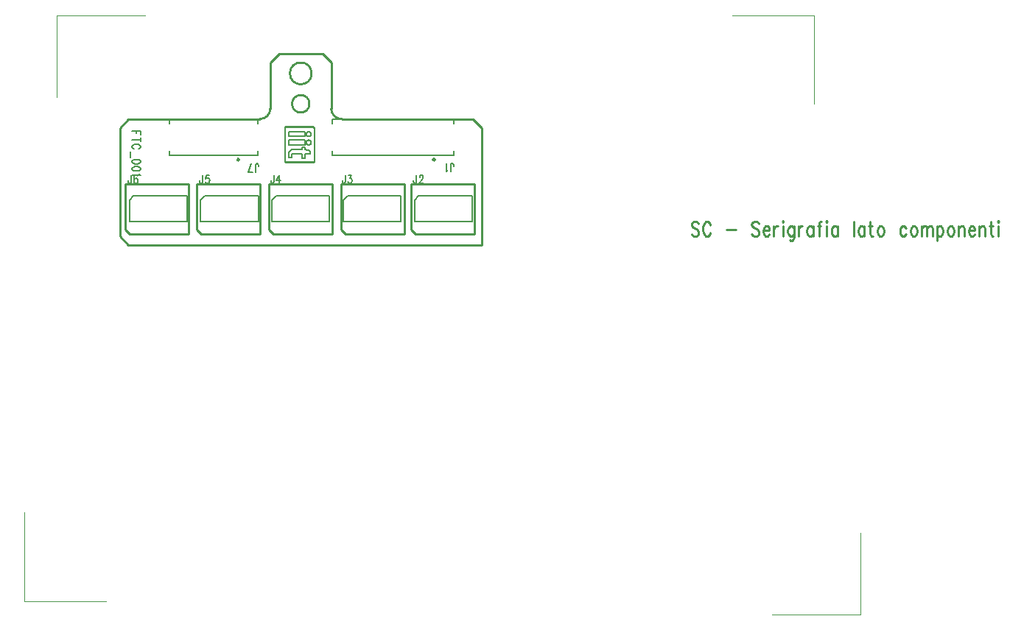
<source format=gbr>
*
*
G04 PADS VX.0 Build Number: 635560 generated Gerber (RS-274-X) file*
G04 PC Version=2.1*
*
%IN "FTC_001.pcb"*%
*
%MOIN*%
*
%FSLAX35Y35*%
*
*
*
*
G04 PC Standard Apertures*
*
*
G04 Thermal Relief Aperture macro.*
%AMTER*
1,1,$1,0,0*
1,0,$1-$2,0,0*
21,0,$3,$4,0,0,45*
21,0,$3,$4,0,0,135*
%
*
*
G04 Annular Aperture macro.*
%AMANN*
1,1,$1,0,0*
1,0,$2,0,0*
%
*
*
G04 Odd Aperture macro.*
%AMODD*
1,1,$1,0,0*
1,0,$1-0.005,0,0*
%
*
*
G04 PC Custom Aperture Macros*
*
*
*
*
*
*
G04 PC Aperture Table*
*
%ADD010C,0.01*%
%ADD040C,0.001*%
%ADD093C,0.00591*%
%ADD158C,0.006*%
*
*
*
*
G04 PC Circuitry*
G04 Layer Name FTC_001.pcb - circuitry*
%LPD*%
*
*
G04 PC Custom Flashes*
G04 Layer Name FTC_001.pcb - flashes*
%LPD*%
*
*
G04 PC Circuitry*
G04 Layer Name FTC_001.pcb - circuitry*
%LPD*%
*
G54D10*
G01X454564Y403858D02*
G75*
G03X454564I-548J0D01*
G01X365981D02*
G03X365981I-548J0D01*
G01X397638Y429134D02*
G03X397638I-3937J0D01*
G01X398622Y442913D02*
G03X398622I-4921J0D01*
G01X573654Y374916D02*
X573200Y375541D01*
X572518Y375854*
X571609*
X570927Y375541*
X570472Y374916*
Y374291*
X570700Y373666*
X570927Y373354*
X571382Y373041*
X572745Y372416*
X573200Y372104*
X573427Y371791*
X573654Y371166*
Y370229*
X573200Y369604*
X572518Y369291*
X571609*
X570927Y369604*
X570472Y370229*
X579109Y374291D02*
X578882Y374916D01*
X578427Y375541*
X577972Y375854*
X577063*
X576609Y375541*
X576154Y374916*
X575927Y374291*
X575700Y373354*
Y371791*
X575927Y370854*
X576154Y370229*
X576609Y369604*
X577063Y369291*
X577972*
X578427Y369604*
X578882Y370229*
X579109Y370854*
X586382Y372104D02*
X590472D01*
X600927Y374916D02*
X600472Y375541D01*
X599791Y375854*
X598882*
X598200Y375541*
X597745Y374916*
Y374291*
X597972Y373666*
X598200Y373354*
X598654Y373041*
X600018Y372416*
X600472Y372104*
X600700Y371791*
X600927Y371166*
Y370229*
X600472Y369604*
X599791Y369291*
X598882*
X598200Y369604*
X597745Y370229*
X602972Y371791D02*
X605700D01*
Y372416*
X605472Y373041*
X605245Y373354*
X604791Y373666*
X604109*
X603654Y373354*
X603200Y372729*
X602972Y371791*
Y371166*
X603200Y370229*
X603654Y369604*
X604109Y369291*
X604791*
X605245Y369604*
X605700Y370229*
X607745Y373666D02*
Y369291D01*
Y371791D02*
X607972Y372729D01*
X608427Y373354*
X608882Y373666*
X609563*
X611609Y375854D02*
X611836Y375541D01*
X612063Y375854*
X611836Y376166*
X611609Y375854*
X611836Y373666D02*
Y369291D01*
X616836Y373666D02*
Y368666D01*
X616609Y367729*
X616382Y367416*
X615927Y367104*
X615245*
X614791Y367416*
X616836Y372729D02*
X616382Y373354D01*
X615927Y373666*
X615245*
X614791Y373354*
X614336Y372729*
X614109Y371791*
Y371166*
X614336Y370229*
X614791Y369604*
X615245Y369291*
X615927*
X616382Y369604*
X616836Y370229*
X618882Y373666D02*
Y369291D01*
Y371791D02*
X619109Y372729D01*
X619563Y373354*
X620018Y373666*
X620700*
X625472D02*
Y369291D01*
Y372729D02*
X625018Y373354D01*
X624563Y373666*
X623882*
X623427Y373354*
X622972Y372729*
X622745Y371791*
Y371166*
X622972Y370229*
X623427Y369604*
X623882Y369291*
X624563*
X625018Y369604*
X625472Y370229*
X629336Y375854D02*
X628882D01*
X628427Y375541*
X628200Y374604*
Y369291*
X627518Y373666D02*
X629109D01*
X631382Y375854D02*
X631609Y375541D01*
X631836Y375854*
X631609Y376166*
X631382Y375854*
X631609Y373666D02*
Y369291D01*
X636609Y373666D02*
Y369291D01*
Y372729D02*
X636154Y373354D01*
X635700Y373666*
X635018*
X634563Y373354*
X634109Y372729*
X633882Y371791*
Y371166*
X634109Y370229*
X634563Y369604*
X635018Y369291*
X635700*
X636154Y369604*
X636609Y370229*
X643882Y375854D02*
Y369291D01*
X648654Y373666D02*
Y369291D01*
Y372729D02*
X648200Y373354D01*
X647745Y373666*
X647063*
X646609Y373354*
X646154Y372729*
X645927Y371791*
Y371166*
X646154Y370229*
X646609Y369604*
X647063Y369291*
X647745*
X648200Y369604*
X648654Y370229*
X651382Y375854D02*
Y370541D01*
X651609Y369604*
X652063Y369291*
X652518*
X650700Y373666D02*
X652291D01*
X655700D02*
X655245Y373354D01*
X654791Y372729*
X654563Y371791*
Y371166*
X654791Y370229*
X655245Y369604*
X655700Y369291*
X656382*
X656836Y369604*
X657291Y370229*
X657518Y371166*
Y371791*
X657291Y372729*
X656836Y373354*
X656382Y373666*
X655700*
X667518Y372729D02*
X667063Y373354D01*
X666609Y373666*
X665927*
X665472Y373354*
X665018Y372729*
X664791Y371791*
Y371166*
X665018Y370229*
X665472Y369604*
X665927Y369291*
X666609*
X667063Y369604*
X667518Y370229*
X670700Y373666D02*
X670245Y373354D01*
X669791Y372729*
X669563Y371791*
Y371166*
X669791Y370229*
X670245Y369604*
X670700Y369291*
X671382*
X671836Y369604*
X672291Y370229*
X672518Y371166*
Y371791*
X672291Y372729*
X671836Y373354*
X671382Y373666*
X670700*
X674563D02*
Y369291D01*
Y372416D02*
X675245Y373354D01*
X675700Y373666*
X676382*
X676836Y373354*
X677063Y372416*
Y369291*
Y372416D02*
X677745Y373354D01*
X678200Y373666*
X678882*
X679336Y373354*
X679563Y372416*
Y369291*
X681609Y373666D02*
Y367104D01*
Y372729D02*
X682063Y373354D01*
X682518Y373666*
X683200*
X683654Y373354*
X684109Y372729*
X684336Y371791*
Y371166*
X684109Y370229*
X683654Y369604*
X683200Y369291*
X682518*
X682063Y369604*
X681609Y370229*
X687518Y373666D02*
X687063Y373354D01*
X686609Y372729*
X686382Y371791*
Y371166*
X686609Y370229*
X687063Y369604*
X687518Y369291*
X688200*
X688654Y369604*
X689109Y370229*
X689336Y371166*
Y371791*
X689109Y372729*
X688654Y373354*
X688200Y373666*
X687518*
X691382D02*
Y369291D01*
Y372416D02*
X692063Y373354D01*
X692518Y373666*
X693200*
X693654Y373354*
X693882Y372416*
Y369291*
X695927Y371791D02*
X698654D01*
Y372416*
X698427Y373041*
X698200Y373354*
X697745Y373666*
X697063*
X696609Y373354*
X696154Y372729*
X695927Y371791*
Y371166*
X696154Y370229*
X696609Y369604*
X697063Y369291*
X697745*
X698200Y369604*
X698654Y370229*
X700700Y373666D02*
Y369291D01*
Y372416D02*
X701382Y373354D01*
X701836Y373666*
X702518*
X702972Y373354*
X703200Y372416*
Y369291*
X705927Y375854D02*
Y370541D01*
X706154Y369604*
X706609Y369291*
X707063*
X705245Y373666D02*
X706836D01*
X709109Y375854D02*
X709336Y375541D01*
X709563Y375854*
X709336Y376166*
X709109Y375854*
X709336Y373666D02*
Y369291D01*
X315748Y365157D02*
X475591D01*
Y418307*
X471654Y422244*
X412205*
X407480Y426969D02*
G03X412205Y422244I4725J-0D01*
G01X407480Y426969D02*
Y447835D01*
X403543Y451772*
X383858*
X379921Y447835*
Y426969*
X375197Y422244D02*
G03X379921Y426969I-0J4725D01*
G01X375197Y422244D02*
X315748D01*
X311811Y418307*
Y369094*
X315748Y365157*
X316339Y370276D02*
X314370Y372244D01*
Y392717*
X343110*
Y370276*
X316339*
X348622D02*
X346654Y372244D01*
Y392717*
X375394*
Y370276*
X348622*
X381299D02*
X379331Y372244D01*
Y392717*
X408071*
Y370276*
X381299*
X413976D02*
X412008Y372244D01*
Y392717*
X440748*
Y370276*
X413976*
X445472D02*
X443504Y372244D01*
Y392717*
X472244*
Y370276*
X445472*
G54D40*
X606890Y197666D02*
X647047D01*
Y234673*
X625787Y429162D02*
Y469319D01*
X588780*
X268701Y244122D02*
Y203965D01*
X305709*
X323425Y469319D02*
X283268D01*
Y432311*
G54D93*
X463031Y407677D02*
Y405709D01*
X408031*
Y407677*
X463031Y420276D02*
Y422244D01*
X408031*
Y420276*
X447087Y387323D02*
X445276Y385394D01*
Y375748*
X471299*
Y387323*
X447087*
X414803D02*
X412992Y385394D01*
Y375748*
X439016*
Y387323*
X414803*
X382520D02*
X380709Y385394D01*
Y375748*
X406732*
Y387323*
X382520*
X350236D02*
X348425Y385394D01*
Y375748*
X374449*
Y387323*
X350236*
X317953D02*
X316142Y385394D01*
Y375748*
X342165*
Y387323*
X317953*
X374409Y407677D02*
Y405709D01*
X334252*
Y407677*
X374409Y420276D02*
Y422244D01*
X334252*
Y420276*
X461492Y398369D02*
Y401321D01*
X461627Y401875*
X461761Y402060*
X462029Y402244*
X462298*
X462566Y402060*
X462700Y401875*
X462835Y401321*
Y400952*
X460285Y399107D02*
X460016Y398922D01*
X459613Y398369*
Y402244*
X446106Y396907D02*
Y393954D01*
X445972Y393401*
X445838Y393216*
X445569Y393031*
X445301*
X445032Y393216*
X444898Y393401*
X444764Y393954*
Y394323*
X447448Y395984D02*
Y396169D01*
X447582Y396538*
X447717Y396722*
X447985Y396907*
X448522*
X448790Y396722*
X448924Y396538*
X449059Y396169*
Y395800*
X448924Y395431*
X448656Y394877*
X447314Y393031*
X449193*
X413822Y396907D02*
Y393954D01*
X413688Y393401*
X413554Y393216*
X413286Y393031*
X413017*
X412749Y393216*
X412615Y393401*
X412480Y393954*
Y394323*
X415299Y396907D02*
X416775D01*
X415970Y395431*
X416373*
X416641Y395246*
X416775Y395062*
X416909Y394508*
Y394139*
X416775Y393585*
X416507Y393216*
X416104Y393031*
X415702*
X415299Y393216*
X415165Y393401*
X415030Y393770*
X381539Y396907D02*
Y393954D01*
X381405Y393401*
X381271Y393216*
X381002Y393031*
X380734*
X380465Y393216*
X380331Y393401*
X380197Y393954*
Y394323*
X384089Y396907D02*
X382747Y394323D01*
X384760*
X384089Y396907D02*
Y393031D01*
X349256Y396907D02*
Y393954D01*
X349121Y393401*
X348987Y393216*
X348719Y393031*
X348450*
X348182Y393216*
X348048Y393401*
X347913Y393954*
Y394323*
X352208Y396907D02*
X350866D01*
X350732Y395246*
X350866Y395431*
X351269Y395615*
X351671*
X352074Y395431*
X352343Y395062*
X352477Y394508*
X352343Y394139*
X352208Y393585*
X351940Y393216*
X351537Y393031*
X351135*
X350732Y393216*
X350598Y393401*
X350463Y393770*
X316972Y396907D02*
Y393954D01*
X316838Y393401*
X316704Y393216*
X316435Y393031*
X316167*
X315898Y393216*
X315764Y393401*
X315630Y393954*
Y394323*
X319791Y396353D02*
X319656Y396722D01*
X319254Y396907*
X318985*
X318583Y396722*
X318314Y396169*
X318180Y395246*
Y394323*
X318314Y393585*
X318583Y393216*
X318985Y393031*
X319120*
X319522Y393216*
X319791Y393585*
X319925Y394139*
Y394323*
X319791Y394877*
X319522Y395246*
X319120Y395431*
X318985*
X318583Y395246*
X318314Y394877*
X318180Y394323*
X373185Y398290D02*
Y401243D01*
X373320Y401796*
X373454Y401981*
X373722Y402165*
X373991*
X374259Y401981*
X374393Y401796*
X374528Y401243*
Y400874*
X370098Y398290D02*
X371441Y402165D01*
X371977Y398290D02*
X370098D01*
G54D158*
X321260Y416929D02*
X317323D01*
X321260D02*
Y415156D01*
X319385Y416929D02*
Y415838D01*
X321260Y412975D02*
X317323D01*
X321260Y413929D02*
Y412020D01*
X320323Y408747D02*
X320698Y408884D01*
X321073Y409156*
X321260Y409429*
Y409975*
X321073Y410247*
X320698Y410520*
X320323Y410656*
X319760Y410793*
X318823*
X318260Y410656*
X317885Y410520*
X317510Y410247*
X317323Y409975*
Y409429*
X317510Y409156*
X317885Y408884*
X318260Y408747*
X316573Y407520D02*
Y404656D01*
X321260Y403020D02*
X321073Y403429D01*
X320510Y403702*
X319573Y403838*
X319010*
X318073Y403702*
X317510Y403429*
X317323Y403020*
Y402747*
X317510Y402338*
X318073Y402065*
X318073D02*
X319010Y401929D01*
X319573*
X320510Y402065*
X320510D02*
X321073Y402338D01*
X321260Y402747*
Y403020*
Y399884D02*
X321073Y400293D01*
X320510Y400565*
X320510D02*
X319573Y400702D01*
X319010*
X318073Y400565*
X318073D02*
X317510Y400293D01*
X317323Y399884*
Y399611*
X317510Y399202*
X318073Y398929*
X319010Y398793*
X319573*
X320510Y398929*
X321073Y399202*
X321260Y399611*
Y399884*
X320510Y397565D02*
X320698Y397293D01*
X321260Y396884*
X317323*
X400086Y403371D02*
X400071D01*
Y403306*
X400056*
Y403231*
X400041*
Y403172*
X400026*
Y403127*
X400011*
Y403097*
X399996*
Y403052*
X399981*
Y403022*
X399966*
Y402992*
X399951*
Y402963*
X399936*
Y402948*
X399921*
Y402918*
X399907*
Y402888*
X399892*
Y402873*
X399877*
Y402858*
X399862*
Y402828*
X399847*
Y402813*
X399832*
Y402798*
X399817*
Y402783*
X399802*
Y402769*
X399787*
Y402754*
X399772*
Y402739*
X399757*
Y402724*
X399742*
Y402709*
X399727*
Y402694*
X399712*
Y402679*
X399683*
Y402664*
X399668*
Y402649*
X399638*
Y402634*
X399623*
Y402619*
X399593*
Y402604*
X399563*
Y402589*
X399533*
Y402574*
X399503*
Y402559*
X399459*
Y402545*
X399414*
Y402530*
X399354*
Y402515*
X387230*
Y402530*
X387170*
Y402545*
X387125*
Y402559*
X387080*
Y402574*
X387051*
Y402589*
X387021*
Y402604*
X386991*
Y402619*
X386961*
Y402634*
X386946*
Y402649*
X386916*
Y402664*
X386901*
Y402679*
X386871*
Y402694*
X386856*
Y402709*
X386841*
Y402724*
X386827*
Y402739*
X386812*
Y402754*
X386797*
Y402769*
X386782*
Y402783*
X386767*
Y402798*
X386752*
Y402813*
X386737*
Y402828*
X386722*
Y402858*
X386707*
Y402873*
X386692*
Y402888*
X386677*
Y402918*
X386662*
Y402948*
X386647*
Y402963*
X386632*
Y402992*
X386618*
Y403022*
X386603*
Y403052*
X386588*
Y403097*
X386573*
Y403127*
X386558*
Y403187*
X386543*
Y403321*
X386528*
Y418745*
X399339*
Y418730*
X399414*
Y418715*
X399459*
Y418700*
X399503*
Y418685*
X399533*
Y418671*
X399563*
Y418656*
X399593*
Y418641*
X399623*
Y418626*
X399638*
Y418611*
X399668*
Y418596*
X399683*
Y418581*
X399697*
Y418566*
X399727*
Y418551*
X399742*
Y418536*
X399757*
Y418521*
X399772*
Y418506*
X399787*
Y418491*
X399802*
Y418476*
X399817*
Y418461*
X399832*
Y418447*
X399847*
Y418432*
X399862*
Y418402*
X399877*
Y418387*
X399892*
Y418357*
X399907*
Y418342*
X399921*
Y418312*
X399936*
Y418297*
X399951*
Y418267*
X399966*
Y418238*
X399981*
Y418208*
X399996*
Y418163*
X400011*
Y418133*
X400026*
Y418073*
X400041*
Y418028*
X400056*
Y417954*
X400071*
Y417890*
X400086*
Y403371*
X399877Y403366D02*
Y417894D01*
X399862*
Y417969*
X399847*
Y418028*
X399832*
Y418073*
X399817*
Y418103*
X399802*
Y418148*
X399787*
Y418163*
X399772*
Y418193*
X399757*
Y418223*
X399742*
Y418238*
X399727*
Y418267*
X399712*
Y418282*
X399697*
Y418297*
X399683*
Y418327*
X399668*
Y418342*
X399653*
Y418357*
X399638*
Y418372*
X399623*
Y418387*
X399608*
Y418402*
X399578*
Y418417*
X399563*
Y418432*
X399548*
Y418447*
X399518*
Y418461*
X399503*
Y418476*
X399474*
Y418491*
X399444*
Y418506*
X399399*
Y418521*
X399354*
Y418536*
X399294*
Y418551*
X386707*
Y403366*
X386722*
Y403291*
X386737*
Y403231*
X386752*
Y403187*
X386767*
Y403157*
X386782*
Y403112*
X386797*
Y403082*
X386812*
Y403067*
X386827*
Y403037*
X386841*
Y403007*
X386856*
Y402992*
X386871*
Y402978*
X386886*
Y402948*
X386901*
Y402933*
X386916*
Y402918*
X386931*
Y402903*
X386946*
Y402888*
X386961*
Y402873*
X386976*
Y402858*
X387006*
Y402843*
X387021*
Y402828*
X387036*
Y402813*
X387065*
Y402798*
X387080*
Y402783*
X387110*
Y402769*
X387140*
Y402754*
X387185*
Y402739*
X387230*
Y402724*
X387289*
Y402709*
X399294*
Y402724*
X399354*
Y402739*
X399399*
Y402754*
X399444*
Y402769*
X399474*
Y402783*
X399503*
Y402798*
X399518*
Y402813*
X399548*
Y402828*
X399563*
Y402843*
X399578*
Y402858*
X399608*
Y402873*
X399623*
Y402888*
X399638*
Y402903*
X399653*
Y402918*
X399668*
Y402933*
X399683*
Y402948*
X399697*
Y402978*
X399712*
Y402992*
X399727*
Y403007*
X399742*
Y403037*
X399757*
Y403067*
X399772*
Y403082*
X399787*
Y403112*
X399802*
Y403157*
X399817*
Y403187*
X399832*
Y403231*
X399847*
Y403291*
X399862*
Y403366*
X399877*
X398384Y415356D02*
X398369D01*
Y415281*
X398354*
Y415221*
X398339*
Y415177*
X398324*
Y415147*
X398309*
Y415102*
X398294*
Y415072*
X398279*
Y415042*
X398264*
Y415012*
X398249*
Y414982*
X398234*
Y414968*
X398219*
Y414938*
X398204*
Y414923*
X398189*
Y414908*
X398174*
Y414878*
X398160*
Y414863*
X398145*
Y414848*
X398130*
Y414833*
X398115*
Y414818*
X398100*
Y414803*
X398085*
Y414788*
X398070*
Y414773*
X398055*
Y414758*
X398040*
Y414744*
X398025*
Y414729*
X398010*
Y414714*
X397995*
Y414699*
X397980*
Y414684*
X397951*
Y414669*
X397936*
Y414654*
X397921*
Y414639*
X397891*
Y414624*
X397876*
Y414609*
X397846*
Y414594*
X397816*
Y414579*
X397786*
Y414564*
X397756*
Y414549*
X397727*
Y414535*
X397727D02*
X397682D01*
X397682D02*
Y414520D01*
X397637*
Y414505*
X397577*
Y414490*
X397503*
Y414475*
X397368*
Y414460*
X397234*
Y414475*
X397084*
Y414490*
X397010*
Y414505*
X396965*
Y414520*
X396920*
Y414535*
X396920D02*
X396875D01*
X396875D02*
Y414549D01*
X396846*
Y414564*
X396801*
Y414579*
X396771*
Y414594*
X396756*
Y414609*
X396726*
Y414624*
X396696*
Y414639*
X396681*
Y414654*
X396651*
Y414669*
X396637*
Y414684*
X396622*
Y414699*
X396592*
Y414714*
X396577*
Y414729*
X396562*
Y414744*
X396547*
Y414758*
X396532*
Y414773*
X396517*
Y414788*
X396502*
Y414803*
X396487*
Y414818*
X396472*
Y414833*
X396457*
Y414848*
X396442*
Y414878*
X396427*
Y414893*
X396413*
Y414908*
X396398*
Y414923*
X396383*
Y414953*
X396368*
Y414968*
X396353*
Y414997*
X396338*
Y415027*
X396323*
Y415057*
X396308*
Y415087*
X396293*
Y415117*
X396278*
Y415147*
X396263*
Y415191*
X396248*
Y415251*
X396233*
Y415311*
X396218*
Y415401*
X396204*
Y415684*
X396218*
Y415774*
X396233*
Y415848*
X396248*
Y415893*
X396263*
Y415938*
X396278*
Y415968*
X396293*
Y415998*
X396308*
Y416028*
X396323*
Y416058*
X396338*
Y416087*
X396353*
Y416117*
X396368*
Y416132*
X396383*
Y416162*
X396398*
Y416177*
X396413*
Y416192*
X396427*
Y416222*
X396442*
Y416237*
X396457*
Y416252*
X396472*
Y416267*
X396487*
Y416281*
X396502*
Y416296*
X396517*
Y416311*
X396532*
Y416326*
X396547*
Y416341*
X396562*
Y416356*
X396577*
Y416371*
X396592*
Y416386*
X396607*
Y416401*
X396637*
Y416416*
X396651*
Y416431*
X396666*
Y416446*
X396696*
Y416461*
X396711*
Y416476*
X396741*
Y416491*
X396771*
Y416505*
X396801*
Y416520*
X396831*
Y416535*
X396861*
Y416550*
X396890*
Y416565*
X396935*
Y416580*
X396995*
Y416595*
X397055*
Y416610*
X397144*
Y416625*
X397458*
Y416610*
X397547*
Y416595*
X397607*
Y416580*
X397652*
Y416565*
X397697*
Y416550*
X397741*
Y416535*
X397771*
Y416520*
X397801*
Y416505*
X397831*
Y416491*
X397861*
Y416476*
X397876*
Y416461*
X397906*
Y416446*
X397921*
Y416431*
X397951*
Y416416*
X397965*
Y416401*
X397980*
Y416386*
X397995*
Y416371*
X398010*
Y416356*
X398040*
Y416341*
X398055*
Y416326*
X398070*
Y416311*
X398085*
Y416296*
X398100*
Y416281*
X398115*
Y416267*
X398130*
Y416237*
X398145*
Y416222*
X398160*
Y416207*
X398174*
Y416192*
X398189*
Y416162*
X398204*
Y416147*
X398219*
Y416117*
X398234*
Y416102*
X398249*
Y416072*
X398264*
Y416043*
X398279*
Y416013*
X398294*
Y415983*
X398309*
Y415953*
X398324*
Y415908*
X398339*
Y415863*
X398354*
Y415804*
X398369*
Y415729*
X398384*
Y415356*
Y411474D02*
X398369D01*
Y411384*
X398354*
Y411324*
X398339*
Y411279*
X398324*
Y411250*
X398309*
Y411205*
X398294*
Y411175*
X398279*
Y411145*
X398264*
Y411115*
X398249*
Y411100*
X398234*
Y411070*
X398219*
Y411041*
X398204*
Y411026*
X398189*
Y411011*
X398174*
Y410981*
X398160*
Y410966*
X398145*
Y410951*
X398130*
Y410936*
X398115*
Y410921*
X398100*
Y410906*
X398085*
Y410891*
X398070*
Y410876*
X398055*
Y410861*
X398040*
Y410846*
X398025*
Y410831*
X398010*
Y410817*
X397995*
Y410802*
X397980*
Y410787*
X397951*
Y410772*
X397936*
Y410757*
X397906*
Y410742*
X397891*
Y410727*
X397861*
Y410712*
X397846*
Y410697*
X397816*
Y410682*
X397786*
Y410667*
X397756*
Y410652*
X397712*
Y410637*
X397682*
Y410622*
X397637*
Y410608*
X397577*
Y410593*
X397503*
Y410578*
X397099*
Y410593*
X397025*
Y410608*
X396965*
Y410622*
X396920*
Y410637*
X396875*
Y410652*
X396846*
Y410667*
X396816*
Y410682*
X396786*
Y410697*
X396756*
Y410712*
X396726*
Y410727*
X396696*
Y410742*
X396681*
Y410757*
X396666*
Y410772*
X396637*
Y410787*
X396622*
Y410802*
X396607*
Y410817*
X396577*
Y410831*
X396562*
Y410846*
X396547*
Y410861*
X396532*
Y410876*
X396517*
Y410891*
X396502*
Y410906*
X396487*
Y410921*
X396472*
Y410936*
X396457*
Y410951*
X396442*
Y410981*
X396427*
Y410996*
X396413*
Y411011*
X396398*
Y411041*
X396383*
Y411055*
X396368*
Y411085*
X396353*
Y411100*
X396338*
Y411130*
X396323*
Y411160*
X396308*
Y411190*
X396293*
Y411220*
X396278*
Y411265*
X396263*
Y411294*
X396248*
Y411354*
X396233*
Y411414*
X396218*
Y411503*
X396204*
Y411787*
X396218*
Y411892*
X396233*
Y411951*
X396248*
Y411996*
X396263*
Y412041*
X396278*
Y412071*
X396293*
Y412116*
X396308*
Y412145*
X396323*
Y412160*
X396338*
Y412190*
X396353*
Y412220*
X396368*
Y412235*
X396383*
Y412265*
X396398*
Y412280*
X396413*
Y412310*
X396427*
Y412325*
X396442*
Y412340*
X396457*
Y412355*
X396472*
Y412369*
X396487*
Y412384*
X396502*
Y412399*
X396517*
Y412414*
X396532*
Y412429*
X396547*
Y412444*
X396562*
Y412459*
X396577*
Y412474*
X396592*
Y412489*
X396607*
Y412504*
X396622*
Y412519*
X396651*
Y412534*
X396666*
Y412549*
X396696*
Y412564*
X396711*
Y412578*
X396741*
Y412593*
X396756*
Y412608*
X396786*
Y412623*
X396816*
Y412638*
X396861*
Y412653*
X396890*
Y412668*
X396935*
Y412683*
X396980*
Y412698*
X397040*
Y412713*
X397129*
Y412728*
X397473*
Y412713*
X397562*
Y412698*
X397622*
Y412683*
X397667*
Y412668*
X397712*
Y412653*
X397741*
Y412638*
X397771*
Y412623*
X397801*
Y412608*
X397831*
Y412593*
X397861*
Y412578*
X397876*
Y412564*
X397906*
Y412549*
X397921*
Y412534*
X397951*
Y412519*
X397965*
Y412504*
X397980*
Y412489*
X398010*
Y412474*
X398025*
Y412459*
X398040*
Y412444*
X398055*
Y412429*
X398070*
Y412414*
X398085*
Y412399*
X398100*
Y412384*
X398115*
Y412369*
X398130*
Y412355*
X398145*
Y412325*
X398160*
Y412310*
X398174*
Y412295*
X398189*
Y412265*
X398204*
Y412250*
X398219*
Y412220*
X398234*
Y412205*
X398249*
Y412175*
X398264*
Y412145*
X398279*
Y412116*
X398294*
Y412086*
X398309*
Y412056*
X398324*
Y412011*
X398339*
Y411966*
X398354*
Y411907*
X398369*
Y411832*
X398384*
Y411474*
X395666Y410622D02*
X388260D01*
Y412683*
X395666*
Y410622*
Y414520D02*
X388260D01*
Y416580*
X395666*
Y414520*
X397965Y406576D02*
X395517D01*
Y404635*
X394367*
Y406576*
X390425*
Y406561*
X390261*
Y406546*
X390156*
Y406531*
X390097*
Y406516*
X390037*
Y406501*
X389977*
Y406486*
X389932*
Y406472*
X389902*
Y406457*
X389873*
Y406442*
X389843*
Y406427*
X389813*
Y406412*
X389783*
Y406397*
X389768*
Y406382*
X389738*
Y406367*
X389723*
Y406352*
X389708*
Y406337*
X389693*
Y406322*
X389678*
Y406307*
X389664*
Y406292*
X389649*
Y406277*
X389634*
Y406248*
X389619*
Y406233*
X389604*
Y406203*
X389589*
Y406173*
X389574*
Y406143*
X389559*
Y406113*
X389544*
Y406068*
X389529*
Y406009*
X389514*
Y405949*
X389499*
Y405844*
X389484*
Y405396*
X389499*
Y405262*
X389514*
Y405158*
X389529*
Y405083*
X389544*
Y405008*
X389559*
Y404934*
X389574*
Y404874*
X389589*
Y404814*
X389604*
Y404769*
X389619*
Y404710*
X389634*
Y404695*
X388454*
Y404725*
X388439*
Y404754*
X388424*
Y404799*
X388409*
Y404844*
X388394*
Y404889*
X388379*
Y404934*
X388365*
Y404993*
X388350*
Y405053*
X388335*
Y405113*
X388320*
Y405187*
X388305*
Y405262*
X388290*
Y405337*
X388275*
Y405426*
X388260*
Y405546*
X388245*
Y405665*
X388230*
Y405815*
X388215*
Y406024*
X388200*
Y406710*
X388215*
Y406845*
X388230*
Y406934*
X388245*
Y407009*
X388260*
Y407069*
X388275*
Y407128*
X388290*
Y407173*
X388305*
Y407218*
X388320*
Y407263*
X388335*
Y407308*
X388350*
Y407338*
X388365*
Y407382*
X388379*
Y407412*
X388394*
Y407442*
X388409*
Y407472*
X388424*
Y407502*
X388439*
Y407532*
X388454*
Y407562*
X388469*
Y407591*
X388484*
Y407606*
X388499*
Y407636*
X388514*
Y407651*
X388529*
Y407681*
X388544*
Y407696*
X388559*
Y407726*
X388574*
Y407741*
X388588*
Y407771*
X388603*
Y407785*
X388618*
Y407800*
X388633*
Y407815*
X388648*
Y407845*
X388663*
Y407860*
X388678*
Y407875*
X388693*
Y407890*
X388708*
Y407905*
X388723*
Y407920*
X388738*
Y407935*
X388753*
Y407950*
X388768*
Y407965*
X388783*
Y407980*
X388798*
Y407995*
X388812*
Y408009*
X388827*
Y408024*
X388842*
Y408039*
X388857*
Y408054*
X388872*
Y408069*
X388887*
Y408084*
X388902*
Y408099*
X388932*
Y408114*
X388947*
Y408129*
X388962*
Y408144*
X388992*
Y408159*
X389007*
Y408174*
X389021*
Y408189*
X389051*
Y408204*
X389066*
Y408218*
X389096*
Y408233*
X389111*
Y408248*
X389141*
Y408263*
X389171*
Y408278*
X389186*
Y408293*
X389216*
Y408308*
X389245*
Y408323*
X389275*
Y408338*
X389305*
Y408353*
X389335*
Y408368*
X389365*
Y408383*
X389410*
Y408398*
X389440*
Y408413*
X389469*
Y408428*
X389514*
Y408442*
X389559*
Y408457*
X389604*
Y408472*
X389649*
Y408487*
X389693*
Y408502*
X389753*
Y408517*
X389813*
Y408532*
X389873*
Y408547*
X389947*
Y408562*
X390022*
Y408577*
X390111*
Y408592*
X390231*
Y408607*
X390395*
Y408622*
X394382*
Y409503*
X395495*
X395502Y408547*
X395532*
Y408532*
X395591*
Y408517*
X395651*
Y408502*
X395696*
Y408487*
X395756*
Y408472*
X395800*
Y408457*
X395860*
Y408442*
X395920*
Y408428*
X395965*
Y408413*
X396024*
Y408398*
X396069*
Y408383*
X396129*
Y408368*
X396189*
Y408353*
X396233*
Y408338*
X396293*
Y408323*
X396338*
Y408308*
X396398*
Y408293*
X396457*
Y408278*
X396502*
Y408263*
X396562*
Y408248*
X396607*
Y408233*
X396666*
Y408218*
X396726*
Y408204*
X396771*
Y408189*
X396831*
Y408174*
X396875*
Y408159*
X396935*
Y408144*
X396995*
Y408129*
X397040*
Y408114*
X397099*
Y408099*
X397144*
Y408084*
X397204*
Y408069*
X397264*
Y408054*
X397308*
Y408039*
X397368*
Y408024*
X397413*
Y408009*
X397473*
Y407995*
X397532*
Y407980*
X397577*
Y407965*
X397637*
Y407950*
X397697*
Y407935*
X397741*
Y407920*
X397801*
Y407905*
X397846*
Y407890*
X397906*
Y407875*
X397965*
Y406576*
G74*
X0Y0D02*
M02*

</source>
